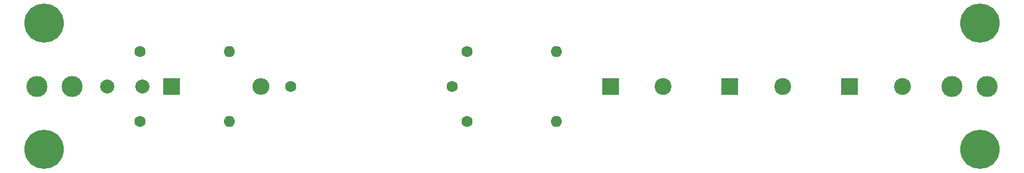
<source format=gbs>
G04 #@! TF.GenerationSoftware,KiCad,Pcbnew,9.0.2-9.0.2-0~ubuntu22.04.1*
G04 #@! TF.CreationDate,2025-06-09T06:08:18+02:00*
G04 #@! TF.ProjectId,passive_PSU_Rev-A,70617373-6976-4655-9f50-53555f526576,rev?*
G04 #@! TF.SameCoordinates,Original*
G04 #@! TF.FileFunction,Soldermask,Bot*
G04 #@! TF.FilePolarity,Negative*
%FSLAX46Y46*%
G04 Gerber Fmt 4.6, Leading zero omitted, Abs format (unit mm)*
G04 Created by KiCad (PCBNEW 9.0.2-9.0.2-0~ubuntu22.04.1) date 2025-06-09 06:08:18*
%MOMM*%
%LPD*%
G01*
G04 APERTURE LIST*
%ADD10C,1.600000*%
%ADD11R,2.400000X2.400000*%
%ADD12C,2.400000*%
%ADD13C,3.000000*%
%ADD14C,2.000000*%
%ADD15O,1.600000X1.600000*%
%ADD16C,3.600000*%
%ADD17C,5.600000*%
%ADD18O,2.400000X2.400000*%
G04 APERTURE END LIST*
D10*
X88555000Y-80000000D03*
X111455000Y-80000000D03*
D11*
X150987246Y-80000000D03*
D12*
X158487246Y-80000000D03*
D13*
X57500000Y-80000000D03*
D14*
X62500000Y-80000000D03*
X67500000Y-80000000D03*
D13*
X187500000Y-80000000D03*
D10*
X67150000Y-85000000D03*
D15*
X79850000Y-85000000D03*
D10*
X67150000Y-75000000D03*
D15*
X79850000Y-75000000D03*
D11*
X167987246Y-80000000D03*
D12*
X175487246Y-80000000D03*
D13*
X52500000Y-80000000D03*
D10*
X113650000Y-75000000D03*
D15*
X126350000Y-75000000D03*
D10*
X113650000Y-85000000D03*
D15*
X126350000Y-85000000D03*
D16*
X186500000Y-89000000D03*
D17*
X186500000Y-89000000D03*
D11*
X133987246Y-80000000D03*
D12*
X141487246Y-80000000D03*
D13*
X182500000Y-80000000D03*
D16*
X53500000Y-89000000D03*
D17*
X53500000Y-89000000D03*
D16*
X186500000Y-71000000D03*
D17*
X186500000Y-71000000D03*
D11*
X71650000Y-80000000D03*
D18*
X84350000Y-80000000D03*
D16*
X53500000Y-71000000D03*
D17*
X53500000Y-71000000D03*
M02*

</source>
